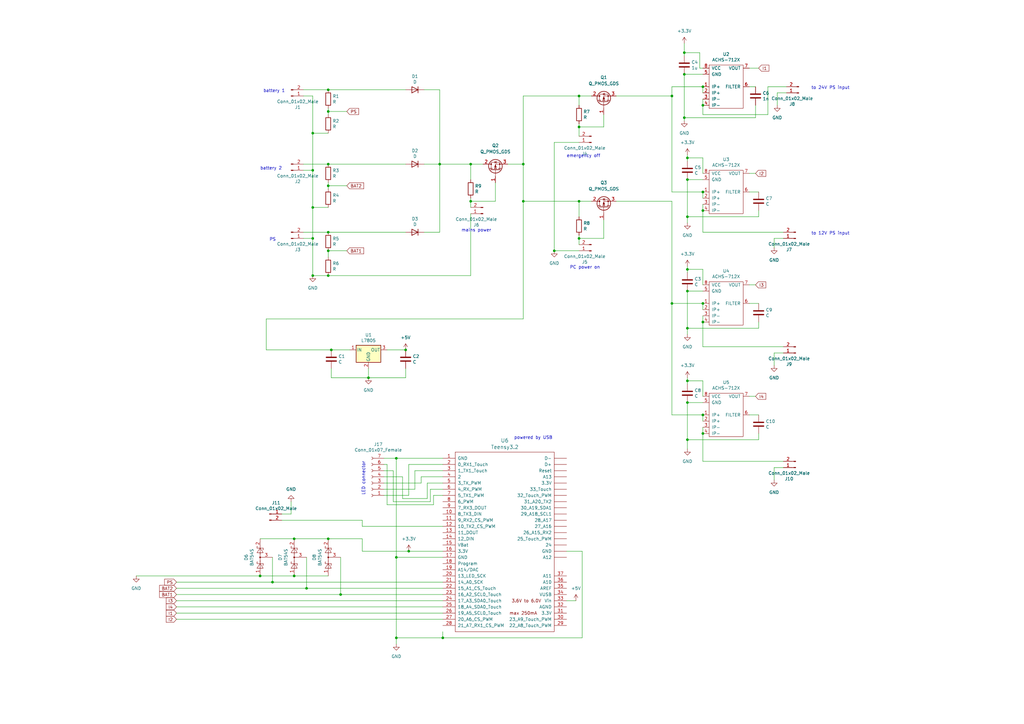
<source format=kicad_sch>
(kicad_sch (version 20211123) (generator eeschema)
  (paper "A3")
  (title_block (title "robOTTO powerboard") (date "2022-11-05") (rev "V002"))
  (lib_symbols
    (symbol "Connector:Conn_01x02_Male" (pin_names (offset 1.016) hide)
      (property "Reference" "J" (at 0 2.54 0))
      (property "Value" "Conn_01x02_Male" (at 0 -5.08 0))
      (symbol "Conn_01x02_Male_1_1"
        (polyline (pts (xy 1.27 -2.54) (xy 0.8636 -2.54)) (stroke (width 0.1524)))
        (polyline (pts (xy 1.27 0) (xy 0.8636 0)) (stroke (width 0.1524)))
        (rectangle (start 0.8636 -2.413) (end 0 -2.667) (stroke (width 0.1524)) (fill (type outline)))
        (rectangle (start 0.8636 0.127) (end 0 -0.127) (stroke (width 0.1524)) (fill (type outline)))
        (pin passive line (at 5.08 0 180) (length 3.81) (name "Pin_1") (number "1"))
        (pin passive line (at 5.08 -2.54 180) (length 3.81) (name "Pin_2") (number "2"))
      )
    )
    (symbol "Connector:Conn_01x07_Female" (pin_names (offset 1.016) hide)
      (property "Reference" "J" (at 0 10.16 0))
      (property "Value" "Conn_01x07_Female" (at 0 -10.16 0))
      (symbol "Conn_01x07_Female_1_1"
        (arc (start 0 -7.112) (mid -0.508 -7.62) (end 0 -8.128) (stroke (width 0.1524)))
        (arc (start 0 -4.572) (mid -0.508 -5.08) (end 0 -5.588) (stroke (width 0.1524)))
        (arc (start 0 -2.032) (mid -0.508 -2.54) (end 0 -3.048) (stroke (width 0.1524)))
        (polyline (pts (xy -1.27 -7.62) (xy -0.508 -7.62)) (stroke (width 0.1524)))
        (polyline (pts (xy -1.27 -5.08) (xy -0.508 -5.08)) (stroke (width 0.1524)))
        (polyline (pts (xy -1.27 -2.54) (xy -0.508 -2.54)) (stroke (width 0.1524)))
        (polyline (pts (xy -1.27 0) (xy -0.508 0)) (stroke (width 0.1524)))
        (polyline (pts (xy -1.27 2.54) (xy -0.508 2.54)) (stroke (width 0.1524)))
        (polyline (pts (xy -1.27 5.08) (xy -0.508 5.08)) (stroke (width 0.1524)))
        (polyline (pts (xy -1.27 7.62) (xy -0.508 7.62)) (stroke (width 0.1524)))
        (arc (start 0 0.508) (mid -0.508 0) (end 0 -0.508) (stroke (width 0.1524)))
        (arc (start 0 3.048) (mid -0.508 2.54) (end 0 2.032) (stroke (width 0.1524)))
        (arc (start 0 5.588) (mid -0.508 5.08) (end 0 4.572) (stroke (width 0.1524)))
        (arc (start 0 8.128) (mid -0.508 7.62) (end 0 7.112) (stroke (width 0.1524)))
        (pin passive line (at -5.08 7.62 0) (length 3.81) (name "Pin_1") (number "1"))
        (pin passive line (at -5.08 5.08 0) (length 3.81) (name "Pin_2") (number "2"))
        (pin passive line (at -5.08 2.54 0) (length 3.81) (name "Pin_3") (number "3"))
        (pin passive line (at -5.08 0 0) (length 3.81) (name "Pin_4") (number "4"))
        (pin passive line (at -5.08 -2.54 0) (length 3.81) (name "Pin_5") (number "5"))
        (pin passive line (at -5.08 -5.08 0) (length 3.81) (name "Pin_6") (number "6"))
        (pin passive line (at -5.08 -7.62 0) (length 3.81) (name "Pin_7") (number "7"))
      )
    )
    (symbol "Device:C" (pin_numbers hide) (pin_names (offset 0.254))
      (property "Reference" "C" (at 0.635 2.54 0))
      (property "Value" "C" (at 0.635 -2.54 0))
      (symbol "C_0_1"
        (polyline (pts (xy -2.032 -0.762) (xy 2.032 -0.762)) (stroke (width 0.508)))
        (polyline (pts (xy -2.032 0.762) (xy 2.032 0.762)) (stroke (width 0.508)))
      )
      (symbol "C_1_1"
        (pin passive line (at 0 3.81 270) (length 2.794) (name "~") (number "1"))
        (pin passive line (at 0 -3.81 90) (length 2.794) (name "~") (number "2"))
      )
    )
    (symbol "Device:D" (pin_numbers hide) (pin_names (offset 1.016) hide)
      (property "Reference" "D" (at 0 2.54 0))
      (property "Value" "D" (at 0 -2.54 0))
      (symbol "D_0_1"
        (polyline (pts (xy -1.27 1.27) (xy -1.27 -1.27)) (stroke (width 0.254)))
        (polyline (pts (xy 1.27 0) (xy -1.27 0)))
        (polyline (pts (xy 1.27 1.27) (xy 1.27 -1.27) (xy -1.27 0) (xy 1.27 1.27)) (stroke (width 0.254)))
      )
      (symbol "D_1_1"
        (pin passive line (at -3.81 0 0) (length 2.54) (name "K") (number "1"))
        (pin passive line (at 3.81 0 180) (length 2.54) (name "A") (number "2"))
      )
    )
    (symbol "Device:Q_PMOS_GDS" (pin_names (offset 0) hide)
      (property "Reference" "Q" (at 5.08 1.27 0))
      (property "Value" "Q_PMOS_GDS" (at 5.08 -1.27 0))
      (symbol "Q_PMOS_GDS_0_1"
        (polyline (pts (xy 0.254 0) (xy -2.54 0)))
        (polyline (pts (xy 0.254 1.905) (xy 0.254 -1.905)) (stroke (width 0.254)))
        (polyline (pts (xy 0.762 -1.27) (xy 0.762 -2.286)) (stroke (width 0.254)))
        (polyline (pts (xy 0.762 0.508) (xy 0.762 -0.508)) (stroke (width 0.254)))
        (polyline (pts (xy 0.762 2.286) (xy 0.762 1.27)) (stroke (width 0.254)))
        (polyline (pts (xy 2.54 2.54) (xy 2.54 1.778)))
        (polyline (pts (xy 2.54 -2.54) (xy 2.54 0) (xy 0.762 0)))
        (polyline (pts (xy 0.762 1.778) (xy 3.302 1.778) (xy 3.302 -1.778) (xy 0.762 -1.778)))
        (polyline (pts (xy 2.286 0) (xy 1.27 0.381) (xy 1.27 -0.381) (xy 2.286 0)) (fill (type outline)))
        (polyline (pts (xy 2.794 -0.508) (xy 2.921 -0.381) (xy 3.683 -0.381) (xy 3.81 -0.254)))
        (polyline (pts (xy 3.302 -0.381) (xy 2.921 0.254) (xy 3.683 0.254) (xy 3.302 -0.381)))
        (circle (center 1.651 0) (radius 2.794) (stroke (width 0.254)))
        (circle (center 2.54 -1.778) (radius 0.254) (fill (type outline)))
        (circle (center 2.54 1.778) (radius 0.254) (fill (type outline)))
      )
      (symbol "Q_PMOS_GDS_1_1"
        (pin input line (at -5.08 0 0) (length 2.54) (name "G") (number "1"))
        (pin passive line (at 2.54 5.08 270) (length 2.54) (name "D") (number "2"))
        (pin passive line (at 2.54 -5.08 90) (length 2.54) (name "S") (number "3"))
      )
    )
    (symbol "Device:R" (pin_numbers hide) (pin_names (offset 0))
      (property "Reference" "R" (at 2.032 0 90))
      (property "Value" "R" (at 0 0 90))
      (symbol "R_0_1"
        (rectangle (start -1.016 -2.54) (end 1.016 2.54) (stroke (width 0.254)))
      )
      (symbol "R_1_1"
        (pin passive line (at 0 3.81 270) (length 1.27) (name "~") (number "1"))
        (pin passive line (at 0 -3.81 90) (length 1.27) (name "~") (number "2"))
      )
    )
    (symbol "Diode:BAT54S" (pin_names (offset 1.016))
      (property "Reference" "D" (at 0.635 -3.81 0))
      (property "Value" "BAT54S" (at -6.35 3.175 0))
      (symbol "BAT54S_0_1"
        (polyline (pts (xy -3.81 0) (xy -1.27 0)))
        (polyline (pts (xy -3.175 -1.27) (xy -3.175 -1.016)))
        (polyline (pts (xy -2.54 -1.27) (xy -3.175 -1.27)))
        (polyline (pts (xy -2.54 -1.27) (xy -2.54 1.27)))
        (polyline (pts (xy -2.54 1.27) (xy -1.905 1.27)))
        (polyline (pts (xy -1.905 0) (xy 1.905 0)))
        (polyline (pts (xy -1.905 1.27) (xy -1.905 1.016)))
        (polyline (pts (xy 1.27 0) (xy 3.81 0)))
        (polyline (pts (xy 3.175 -1.27) (xy 3.175 -1.016)))
        (polyline (pts (xy 3.81 -1.27) (xy 3.175 -1.27)))
        (polyline (pts (xy 3.81 -1.27) (xy 3.81 1.27)))
        (polyline (pts (xy 3.81 1.27) (xy 4.445 1.27)))
        (polyline (pts (xy 4.445 1.27) (xy 4.445 1.016)))
        (polyline (pts (xy -4.445 1.27) (xy -4.445 -1.27) (xy -2.54 0) (xy -4.445 1.27)))
        (polyline (pts (xy 1.905 1.27) (xy 1.905 -1.27) (xy 3.81 0) (xy 1.905 1.27)))
        (circle (center 0 0) (radius 0.254) (fill (type outline)))
      )
      (symbol "BAT54S_1_1"
        (pin passive line (at -7.62 0 0) (length 3.81) (name "~") (number "1"))
        (pin passive line (at 7.62 0 180) (length 3.81) (name "~") (number "2"))
        (pin passive line (at 0 -5.08 90) (length 5.08) (name "~") (number "3"))
      )
    )
    (symbol "Regulator_Linear:L7805" (pin_names (offset 0.254))
      (property "Reference" "U" (at -3.81 3.175 0))
      (property "Value" "L7805" (at 0 3.175 0))
      (symbol "L7805_0_1"
        (rectangle (start -5.08 1.905) (end 5.08 -5.08) (stroke (width 0.254)) (fill (type background)))
      )
      (symbol "L7805_1_1"
        (pin power_in line (at -7.62 0 0) (length 2.54) (name "IN") (number "1"))
        (pin power_in line (at 0 -7.62 90) (length 2.54) (name "GND") (number "2"))
        (pin power_out line (at 7.62 0 180) (length 2.54) (name "OUT") (number "3"))
      )
    )
    (symbol "power:+3.3V" (power) (pin_names (offset 0))
      (property "Value" "+3.3V" (at 0 3.556 0))
      (symbol "+3.3V_0_1"
        (polyline (pts (xy -0.762 1.27) (xy 0 2.54)))
        (polyline (pts (xy 0 0) (xy 0 2.54)))
        (polyline (pts (xy 0 2.54) (xy 0.762 1.27)))
      )
      (symbol "+3.3V_1_1"
        (pin power_in line (at 0 0 90) (length 0) hide (name "+3.3V") (number "1"))
      )
    )
    (symbol "power:+5V" (power) (pin_names (offset 0))
      (property "Value" "+5V" (at 0 3.556 0))
      (symbol "+5V_0_1"
        (polyline (pts (xy -0.762 1.27) (xy 0 2.54)))
        (polyline (pts (xy 0 0) (xy 0 2.54)))
        (polyline (pts (xy 0 2.54) (xy 0.762 1.27)))
      )
      (symbol "+5V_1_1"
        (pin power_in line (at 0 0 90) (length 0) hide (name "+5V") (number "1"))
      )
    )
    (symbol "power:GND" (power) (pin_names (offset 0))
      (property "Value" "GND" (at 0 -3.81 0))
      (symbol "GND_0_1"
        (polyline (pts (xy 0 0) (xy 0 -1.27) (xy 1.27 -1.27) (xy 0 -2.54) (xy -1.27 -1.27) (xy 0 -1.27)))
      )
      (symbol "GND_1_1"
        (pin power_in line (at 0 0 270) (length 0) hide (name "GND") (number "1"))
      )
    )
    (symbol "robot_power-rescue:ACHS-712X-robotto-symbols" (pin_names (offset 1.016))
      (property "Reference" "U" (at 0 11.43 0))
      (property "Value" "ACHS-712X-robotto-symbols" (at 0 -8.89 0))
      (symbol "ACHS-712X-robotto-symbols_0_1"
        (rectangle (start -6.35 10.16) (end 7.62 -7.62))
      )
      (symbol "ACHS-712X-robotto-symbols_1_1"
        (pin power_in line (at -8.89 1.27 0) (length 2.54) (name "IP+") (number "1"))
        (pin power_in line (at -8.89 -1.27 0) (length 2.54) (name "IP+") (number "2"))
        (pin power_out line (at -8.89 -3.81 0) (length 2.54) (name "IP-") (number "3"))
        (pin power_out line (at -8.89 -6.35 0) (length 2.54) (name "IP-") (number "4"))
        (pin power_in line (at -8.89 6.35 0) (length 2.54) (name "GND") (number "5"))
        (pin bidirectional line (at 10.16 1.27 180) (length 2.54) (name "FILTER") (number "6"))
        (pin output line (at 10.16 8.89 180) (length 2.54) (name "VOUT") (number "7"))
        (pin power_in line (at -8.89 8.89 0) (length 2.54) (name "VCC") (number "8"))
      )
    )
    (symbol "robot_power-rescue:Teensy3.2-teensy" (pin_names (offset 1.016))
      (property "Reference" "U" (at 0 39.37 0))
      (property "Value" "Teensy3.2-teensy" (at 0 -39.37 0))
      (symbol "Teensy3.2-teensy_0_0"
        (text "3.6V to 6.0V" (at 8.89 -24.13 0) (effects (font (size 1.27 1.27))))
        (text "max 250mA" (at 7.62 -29.21 0) (effects (font (size 1.27 1.27))))
      )
      (symbol "Teensy3.2-teensy_0_1"
        (rectangle (start -20.32 -36.83) (end 20.32 36.83))
      )
      (symbol "Teensy3.2-teensy_1_1"
        (pin power_in line (at -25.4 34.29 0) (length 5.08) (name "GND") (number "1"))
        (pin bidirectional line (at -25.4 11.43 0) (length 5.08) (name "8_TX3_DIN") (number "10"))
        (pin bidirectional line (at -25.4 8.89 0) (length 5.08) (name "9_RX2_CS_PWM") (number "11"))
        (pin bidirectional line (at -25.4 6.35 0) (length 5.08) (name "10_TX2_CS_PWM") (number "12"))
        (pin bidirectional line (at -25.4 3.81 0) (length 5.08) (name "11_DOUT") (number "13"))
        (pin bidirectional line (at -25.4 1.27 0) (length 5.08) (name "12_DIN") (number "14"))
        (pin power_in line (at -25.4 -1.27 0) (length 5.08) (name "VBat") (number "15"))
        (pin power_out line (at -25.4 -3.81 0) (length 5.08) (name "3.3V") (number "16"))
        (pin power_in line (at -25.4 -6.35 0) (length 5.08) (name "GND") (number "17"))
        (pin input line (at -25.4 -8.89 0) (length 5.08) (name "Program") (number "18"))
        (pin bidirectional line (at -25.4 -11.43 0) (length 5.08) (name "A14/DAC") (number "19"))
        (pin bidirectional line (at -25.4 31.75 0) (length 5.08) (name "0_RX1_Touch") (number "2"))
        (pin bidirectional line (at -25.4 -13.97 0) (length 5.08) (name "13_LED_SCK") (number "20"))
        (pin bidirectional line (at -25.4 -16.51 0) (length 5.08) (name "14_A0_SCK") (number "21"))
        (pin bidirectional line (at -25.4 -19.05 0) (length 5.08) (name "15_A1_CS_Touch") (number "22"))
        (pin bidirectional line (at -25.4 -21.59 0) (length 5.08) (name "16_A2_SCL0_Touch") (number "23"))
        (pin bidirectional line (at -25.4 -24.13 0) (length 5.08) (name "17_A3_SDA0_Touch") (number "24"))
        (pin bidirectional line (at -25.4 -26.67 0) (length 5.08) (name "18_A4_SDA0_Touch") (number "25"))
        (pin bidirectional line (at -25.4 -29.21 0) (length 5.08) (name "19_A5_SCL0_Touch") (number "26"))
        (pin bidirectional line (at -25.4 -31.75 0) (length 5.08) (name "20_A6_CS_PWM") (number "27"))
        (pin bidirectional line (at -25.4 -34.29 0) (length 5.08) (name "21_A7_RX1_CS_PWM") (number "28"))
        (pin bidirectional line (at 25.4 -34.29 180) (length 5.08) (name "22_A8_Touch_PWM") (number "29"))
        (pin bidirectional line (at -25.4 29.21 0) (length 5.08) (name "1_TX1_Touch") (number "3"))
        (pin bidirectional line (at 25.4 -31.75 180) (length 5.08) (name "23_A9_Touch_PWM") (number "30"))
        (pin power_out line (at 25.4 -29.21 180) (length 5.08) (name "3.3V") (number "31"))
        (pin power_out line (at 25.4 -26.67 180) (length 5.08) (name "AGND") (number "32"))
        (pin power_in line (at 25.4 -24.13 180) (length 5.08) (name "Vin") (number "33"))
        (pin power_in line (at 25.4 -21.59 180) (length 5.08) (name "VUSB") (number "34"))
        (pin input line (at 25.4 -19.05 180) (length 5.08) (name "AREF") (number "35"))
        (pin bidirectional line (at 25.4 -16.51 180) (length 5.08) (name "A10") (number "36"))
        (pin bidirectional line (at 25.4 -13.97 180) (length 5.08) (name "A11") (number "37"))
        (pin bidirectional line (at -25.4 26.67 0) (length 5.08) (name "2") (number "4"))
        (pin bidirectional line (at -25.4 24.13 0) (length 5.08) (name "3_TX_PWM") (number "5"))
        (pin bidirectional line (at -25.4 21.59 0) (length 5.08) (name "4_RX_PWM") (number "6"))
        (pin bidirectional line (at -25.4 19.05 0) (length 5.08) (name "5_TX1_PWM") (number "7"))
        (pin bidirectional line (at -25.4 16.51 0) (length 5.08) (name "6_PWM") (number "8"))
        (pin bidirectional line (at -25.4 13.97 0) (length 5.08) (name "7_RX3_DOUT") (number "9"))
        (pin bidirectional line (at 25.4 -1.27 180) (length 5.08) (name "24") (number "~"))
        (pin bidirectional line (at 25.4 1.27 180) (length 5.08) (name "25_Touch_PWM") (number "~"))
        (pin bidirectional line (at 25.4 3.81 180) (length 5.08) (name "26_A15_RX2") (number "~"))
        (pin bidirectional line (at 25.4 6.35 180) (length 5.08) (name "27_A16") (number "~"))
        (pin bidirectional line (at 25.4 8.89 180) (length 5.08) (name "28_A17") (number "~"))
        (pin bidirectional line (at 25.4 11.43 180) (length 5.08) (name "29_A18_SCL1") (number "~"))
        (pin power_out line (at 25.4 24.13 180) (length 5.08) (name "3.3V") (number "~"))
        (pin bidirectional line (at 25.4 13.97 180) (length 5.08) (name "30_A19_SDA1") (number "~"))
        (pin bidirectional line (at 25.4 16.51 180) (length 5.08) (name "31_A20_TX2") (number "~"))
        (pin bidirectional line (at 25.4 19.05 180) (length 5.08) (name "32_Touch_PWM") (number "~"))
        (pin bidirectional line (at 25.4 21.59 180) (length 5.08) (name "33_Touch") (number "~"))
        (pin bidirectional line (at 25.4 -6.35 180) (length 5.08) (name "A12") (number "~"))
        (pin bidirectional line (at 25.4 26.67 180) (length 5.08) (name "A13") (number "~"))
        (pin bidirectional line (at 25.4 31.75 180) (length 5.08) (name "D+") (number "~"))
        (pin bidirectional line (at 25.4 34.29 180) (length 5.08) (name "D-") (number "~"))
        (pin power_in line (at 25.4 -3.81 180) (length 5.08) (name "GND") (number "~"))
        (pin input line (at 25.4 29.21 180) (length 5.08) (name "Reset") (number "~"))
      )
    )
  )
  (junction (at 281.94 88.9))
  (junction (at 288.29 170.18))
  (junction (at 275.59 39.37))
  (junction (at 106.68 236.22))
  (junction (at 139.7 243.84))
  (junction (at 288.29 43.18))
  (junction (at 151.13 154.94))
  (junction (at 134.62 220.98))
  (junction (at 281.94 73.66))
  (junction (at 181.61 261.62))
  (junction (at 193.04 67.31))
  (junction (at 128.27 97.79))
  (junction (at 281.94 119.38))
  (junction (at 125.73 241.3))
  (junction (at 193.04 82.55))
  (junction (at 281.94 64.77))
  (junction (at 162.56 228.6))
  (junction (at 134.62 36.83))
  (junction (at 120.65 220.98))
  (junction (at 288.29 35.56))
  (junction (at 237.49 52.07))
  (junction (at 120.65 236.22))
  (junction (at 167.64 226.06))
  (junction (at 237.49 39.37))
  (junction (at 288.29 132.08))
  (junction (at 281.94 110.49))
  (junction (at 134.62 45.72))
  (junction (at 227.33 102.87))
  (junction (at 128.27 69.85))
  (junction (at 166.37 143.51))
  (junction (at 288.29 78.74))
  (junction (at 281.94 156.21))
  (junction (at 134.62 95.25))
  (junction (at 281.94 165.1))
  (junction (at 237.49 82.55))
  (junction (at 288.29 124.46))
  (junction (at 280.67 30.48))
  (junction (at 111.76 238.76))
  (junction (at 214.63 82.55))
  (junction (at 281.94 180.34))
  (junction (at 280.67 21.59))
  (junction (at 288.29 86.36))
  (junction (at 281.94 134.62))
  (junction (at 214.63 67.31))
  (junction (at 135.89 143.51))
  (junction (at 288.29 177.8))
  (junction (at 134.62 113.03))
  (junction (at 128.27 54.61))
  (junction (at 162.56 187.96))
  (junction (at 128.27 113.03))
  (junction (at 180.34 67.31))
  (junction (at 134.62 102.87))
  (junction (at 162.56 261.62))
  (junction (at 134.62 76.2))
  (junction (at 237.49 97.79))
  (junction (at 280.67 48.26))
  (junction (at 128.27 85.09))
  (junction (at 275.59 124.46))
  (junction (at 134.62 67.31))
  (wire (pts (xy 124.46 39.37) (xy 128.27 39.37)))
  (wire (pts (xy 167.64 203.2) (xy 157.48 203.2)))
  (wire (pts (xy 247.65 52.07) (xy 237.49 52.07)))
  (wire (pts (xy 173.99 95.25) (xy 180.34 95.25)))
  (wire (pts (xy 238.76 261.62) (xy 181.61 261.62)))
  (wire (pts (xy 124.46 69.85) (xy 128.27 69.85)))
  (wire (pts (xy 165.1 195.58) (xy 165.1 204.47)))
  (wire (pts (xy 134.62 220.98) (xy 120.65 220.98)))
  (wire (pts (xy 309.88 162.56) (xy 307.34 162.56)))
  (wire (pts (xy 115.57 210.82) (xy 119.38 210.82)))
  (wire (pts (xy 134.62 45.72) (xy 134.62 46.99)))
  (wire (pts (xy 162.56 228.6) (xy 162.56 261.62)))
  (wire (pts (xy 139.7 228.6) (xy 139.7 243.84)))
  (wire (pts (xy 288.29 27.94) (xy 287.02 27.94)))
  (wire (pts (xy 162.56 187.96) (xy 157.48 187.96)))
  (wire (pts (xy 307.34 170.18) (xy 311.15 170.18)))
  (wire (pts (xy 170.18 193.04) (xy 181.61 193.04)))
  (wire (pts (xy 139.7 243.84) (xy 181.61 243.84)))
  (wire (pts (xy 135.89 154.94) (xy 151.13 154.94)))
  (wire (pts (xy 307.34 124.46) (xy 311.15 124.46)))
  (wire (pts (xy 109.22 130.81) (xy 109.22 143.51)))
  (wire (pts (xy 275.59 78.74) (xy 288.29 78.74)))
  (wire (pts (xy 280.67 48.26) (xy 309.88 48.26)))
  (wire (pts (xy 158.75 143.51) (xy 166.37 143.51)))
  (wire (pts (xy 134.62 102.87) (xy 134.62 105.41)))
  (wire (pts (xy 232.41 226.06) (xy 238.76 226.06)))
  (wire (pts (xy 167.64 190.5) (xy 167.64 203.2)))
  (wire (pts (xy 275.59 35.56) (xy 288.29 35.56)))
  (wire (pts (xy 280.67 21.59) (xy 280.67 22.86)))
  (wire (pts (xy 288.29 40.64) (xy 288.29 43.18)))
  (wire (pts (xy 172.72 198.12) (xy 172.72 195.58)))
  (wire (pts (xy 181.61 259.08) (xy 181.61 261.62)))
  (wire (pts (xy 177.8 203.2) (xy 177.8 207.01)))
  (wire (pts (xy 148.59 215.9) (xy 181.61 215.9)))
  (wire (pts (xy 281.94 180.34) (xy 281.94 184.15)))
  (wire (pts (xy 128.27 69.85) (xy 128.27 85.09)))
  (wire (pts (xy 120.65 220.98) (xy 106.68 220.98)))
  (wire (pts (xy 281.94 64.77) (xy 281.94 63.5)))
  (wire (pts (xy 119.38 210.82) (xy 119.38 205.74)))
  (wire (pts (xy 157.48 198.12) (xy 172.72 198.12)))
  (wire (pts (xy 193.04 87.63) (xy 193.04 113.03)))
  (wire (pts (xy 128.27 85.09) (xy 128.27 97.79)))
  (wire (pts (xy 280.67 48.26) (xy 280.67 30.48)))
  (wire (pts (xy 72.39 243.84) (xy 139.7 243.84)))
  (wire (pts (xy 311.15 134.62) (xy 311.15 132.08)))
  (wire (pts (xy 72.39 241.3) (xy 125.73 241.3)))
  (wire (pts (xy 193.04 73.66) (xy 193.04 67.31)))
  (wire (pts (xy 181.61 203.2) (xy 177.8 203.2)))
  (wire (pts (xy 281.94 88.9) (xy 281.94 73.66)))
  (wire (pts (xy 181.61 190.5) (xy 167.64 190.5)))
  (wire (pts (xy 167.64 226.06) (xy 148.59 226.06)))
  (wire (pts (xy 317.5 97.79) (xy 321.31 97.79)))
  (wire (pts (xy 111.76 228.6) (xy 111.76 238.76)))
  (wire (pts (xy 177.8 207.01) (xy 158.75 207.01)))
  (wire (pts (xy 288.29 156.21) (xy 281.94 156.21)))
  (wire (pts (xy 237.49 43.18) (xy 237.49 39.37)))
  (wire (pts (xy 288.29 129.54) (xy 288.29 132.08)))
  (wire (pts (xy 280.67 49.53) (xy 280.67 48.26)))
  (wire (pts (xy 311.15 88.9) (xy 311.15 86.36)))
  (wire (pts (xy 309.88 116.84) (xy 307.34 116.84)))
  (wire (pts (xy 135.89 151.13) (xy 135.89 154.94)))
  (wire (pts (xy 134.62 113.03) (xy 128.27 113.03)))
  (wire (pts (xy 176.53 205.74) (xy 161.29 205.74)))
  (wire (pts (xy 288.29 119.38) (xy 281.94 119.38)))
  (wire (pts (xy 175.26 204.47) (xy 175.26 198.12)))
  (wire (pts (xy 181.61 200.66) (xy 176.53 200.66)))
  (wire (pts (xy 275.59 39.37) (xy 275.59 35.56)))
  (wire (pts (xy 281.94 110.49) (xy 281.94 109.22)))
  (wire (pts (xy 193.04 85.09) (xy 193.04 82.55)))
  (wire (pts (xy 288.29 95.25) (xy 288.29 86.36)))
  (wire (pts (xy 72.39 251.46) (xy 181.61 251.46)))
  (wire (pts (xy 314.96 35.56) (xy 322.58 35.56)))
  (wire (pts (xy 242.57 39.37) (xy 237.49 39.37)))
  (wire (pts (xy 181.61 228.6) (xy 162.56 228.6)))
  (wire (pts (xy 275.59 124.46) (xy 288.29 124.46)))
  (wire (pts (xy 288.29 127) (xy 288.29 124.46)))
  (wire (pts (xy 128.27 39.37) (xy 128.27 54.61)))
  (wire (pts (xy 288.29 95.25) (xy 321.31 95.25)))
  (wire (pts (xy 237.49 100.33) (xy 237.49 97.79)))
  (wire (pts (xy 72.39 254) (xy 181.61 254)))
  (wire (pts (xy 237.49 39.37) (xy 214.63 39.37)))
  (wire (pts (xy 128.27 97.79) (xy 128.27 113.03)))
  (wire (pts (xy 124.46 97.79) (xy 128.27 97.79)))
  (wire (pts (xy 232.41 246.38) (xy 236.22 246.38)))
  (wire (pts (xy 180.34 67.31) (xy 193.04 67.31)))
  (wire (pts (xy 181.61 261.62) (xy 162.56 261.62)))
  (wire (pts (xy 162.56 187.96) (xy 181.61 187.96)))
  (wire (pts (xy 314.96 46.99) (xy 314.96 35.56)))
  (wire (pts (xy 317.5 144.78) (xy 321.31 144.78)))
  (wire (pts (xy 288.29 64.77) (xy 281.94 64.77)))
  (wire (pts (xy 307.34 35.56) (xy 309.88 35.56)))
  (wire (pts (xy 311.15 180.34) (xy 311.15 177.8)))
  (wire (pts (xy 151.13 151.13) (xy 151.13 154.94)))
  (wire (pts (xy 134.62 76.2) (xy 134.62 77.47)))
  (wire (pts (xy 307.34 78.74) (xy 311.15 78.74)))
  (wire (pts (xy 115.57 213.36) (xy 148.59 213.36)))
  (wire (pts (xy 134.62 85.09) (xy 128.27 85.09)))
  (wire (pts (xy 158.75 190.5) (xy 157.48 190.5)))
  (wire (pts (xy 309.88 71.12) (xy 307.34 71.12)))
  (wire (pts (xy 317.5 97.79) (xy 317.5 101.6)))
  (wire (pts (xy 180.34 36.83) (xy 180.34 67.31)))
  (wire (pts (xy 288.29 38.1) (xy 288.29 35.56)))
  (wire (pts (xy 252.73 39.37) (xy 275.59 39.37)))
  (wire (pts (xy 281.94 111.76) (xy 281.94 110.49)))
  (wire (pts (xy 287.02 21.59) (xy 280.67 21.59)))
  (wire (pts (xy 321.31 189.23) (xy 288.29 189.23)))
  (wire (pts (xy 281.94 137.16) (xy 281.94 134.62)))
  (wire (pts (xy 151.13 154.94) (xy 166.37 154.94)))
  (wire (pts (xy 142.24 45.72) (xy 134.62 45.72)))
  (wire (pts (xy 281.94 156.21) (xy 281.94 154.94)))
  (wire (pts (xy 142.24 76.2) (xy 134.62 76.2)))
  (wire (pts (xy 167.64 226.06) (xy 181.61 226.06)))
  (wire (pts (xy 275.59 39.37) (xy 275.59 78.74)))
  (wire (pts (xy 288.29 73.66) (xy 281.94 73.66)))
  (wire (pts (xy 288.29 30.48) (xy 280.67 30.48)))
  (wire (pts (xy 173.99 36.83) (xy 180.34 36.83)))
  (wire (pts (xy 281.94 66.04) (xy 281.94 64.77)))
  (wire (pts (xy 170.18 200.66) (xy 170.18 193.04)))
  (wire (pts (xy 125.73 241.3) (xy 181.61 241.3)))
  (wire (pts (xy 247.65 46.99) (xy 247.65 52.07)))
  (wire (pts (xy 288.29 177.8) (xy 288.29 189.23)))
  (wire (pts (xy 134.62 236.22) (xy 120.65 236.22)))
  (wire (pts (xy 142.24 102.87) (xy 134.62 102.87)))
  (wire (pts (xy 288.29 46.99) (xy 314.96 46.99)))
  (wire (pts (xy 172.72 195.58) (xy 181.61 195.58)))
  (wire (pts (xy 237.49 88.9) (xy 237.49 82.55)))
  (wire (pts (xy 134.62 44.45) (xy 134.62 45.72)))
  (wire (pts (xy 237.49 102.87) (xy 227.33 102.87)))
  (wire (pts (xy 162.56 187.96) (xy 162.56 228.6)))
  (wire (pts (xy 134.62 36.83) (xy 166.37 36.83)))
  (wire (pts (xy 72.39 246.38) (xy 181.61 246.38)))
  (wire (pts (xy 288.29 110.49) (xy 281.94 110.49)))
  (wire (pts (xy 227.33 58.42) (xy 227.33 102.87)))
  (wire (pts (xy 280.67 17.78) (xy 280.67 21.59)))
  (wire (pts (xy 288.29 43.18) (xy 288.29 46.99)))
  (wire (pts (xy 247.65 97.79) (xy 237.49 97.79)))
  (wire (pts (xy 237.49 82.55) (xy 214.63 82.55)))
  (wire (pts (xy 193.04 113.03) (xy 134.62 113.03)))
  (wire (pts (xy 237.49 50.8) (xy 237.49 52.07)))
  (wire (pts (xy 237.49 52.07) (xy 237.49 55.88)))
  (wire (pts (xy 214.63 39.37) (xy 214.63 67.31)))
  (wire (pts (xy 134.62 54.61) (xy 128.27 54.61)))
  (wire (pts (xy 157.48 200.66) (xy 170.18 200.66)))
  (wire (pts (xy 317.5 191.77) (xy 317.5 196.85)))
  (wire (pts (xy 176.53 200.66) (xy 176.53 205.74)))
  (wire (pts (xy 322.58 38.1) (xy 318.77 38.1)))
  (wire (pts (xy 203.2 74.93) (xy 203.2 82.55)))
  (wire (pts (xy 134.62 95.25) (xy 166.37 95.25)))
  (wire (pts (xy 109.22 143.51) (xy 135.89 143.51)))
  (wire (pts (xy 55.88 236.22) (xy 106.68 236.22)))
  (wire (pts (xy 247.65 90.17) (xy 247.65 97.79)))
  (wire (pts (xy 148.59 220.98) (xy 134.62 220.98)))
  (wire (pts (xy 166.37 154.94) (xy 166.37 151.13)))
  (wire (pts (xy 214.63 130.81) (xy 109.22 130.81)))
  (wire (pts (xy 198.12 67.31) (xy 193.04 67.31)))
  (wire (pts (xy 173.99 67.31) (xy 180.34 67.31)))
  (wire (pts (xy 281.94 180.34) (xy 281.94 165.1)))
  (wire (pts (xy 203.2 82.55) (xy 193.04 82.55)))
  (wire (pts (xy 111.76 238.76) (xy 181.61 238.76)))
  (wire (pts (xy 237.49 58.42) (xy 227.33 58.42)))
  (wire (pts (xy 124.46 67.31) (xy 134.62 67.31)))
  (wire (pts (xy 124.46 95.25) (xy 134.62 95.25)))
  (wire (pts (xy 157.48 195.58) (xy 165.1 195.58)))
  (wire (pts (xy 72.39 238.76) (xy 111.76 238.76)))
  (wire (pts (xy 275.59 82.55) (xy 275.59 124.46)))
  (wire (pts (xy 125.73 228.6) (xy 125.73 241.3)))
  (wire (pts (xy 287.02 27.94) (xy 287.02 21.59)))
  (wire (pts (xy 321.31 191.77) (xy 317.5 191.77)))
  (wire (pts (xy 281.94 88.9) (xy 311.15 88.9)))
  (wire (pts (xy 288.29 83.82) (xy 288.29 86.36)))
  (wire (pts (xy 288.29 81.28) (xy 288.29 78.74)))
  (wire (pts (xy 161.29 205.74) (xy 161.29 193.04)))
  (wire (pts (xy 288.29 165.1) (xy 281.94 165.1)))
  (wire (pts (xy 321.31 142.24) (xy 288.29 142.24)))
  (wire (pts (xy 288.29 172.72) (xy 288.29 170.18)))
  (wire (pts (xy 281.94 134.62) (xy 311.15 134.62)))
  (wire (pts (xy 281.94 91.44) (xy 281.94 88.9)))
  (wire (pts (xy 288.29 116.84) (xy 288.29 110.49)))
  (wire (pts (xy 288.29 162.56) (xy 288.29 156.21)))
  (wire (pts (xy 237.49 97.79) (xy 237.49 96.52)))
  (wire (pts (xy 317.5 144.78) (xy 317.5 149.86)))
  (wire (pts (xy 161.29 193.04) (xy 157.48 193.04)))
  (wire (pts (xy 148.59 215.9) (xy 148.59 213.36)))
  (wire (pts (xy 124.46 36.83) (xy 134.62 36.83)))
  (wire (pts (xy 143.51 143.51) (xy 135.89 143.51)))
  (wire (pts (xy 252.73 82.55) (xy 275.59 82.55)))
  (wire (pts (xy 281.94 180.34) (xy 311.15 180.34)))
  (wire (pts (xy 242.57 82.55) (xy 237.49 82.55)))
  (wire (pts (xy 165.1 204.47) (xy 175.26 204.47)))
  (wire (pts (xy 175.26 198.12) (xy 181.61 198.12)))
  (wire (pts (xy 148.59 226.06) (xy 148.59 220.98)))
  (wire (pts (xy 275.59 170.18) (xy 288.29 170.18)))
  (wire (pts (xy 288.29 71.12) (xy 288.29 64.77)))
  (wire (pts (xy 208.28 67.31) (xy 214.63 67.31)))
  (wire (pts (xy 318.77 38.1) (xy 318.77 43.18)))
  (wire (pts (xy 309.88 48.26) (xy 309.88 43.18)))
  (wire (pts (xy 158.75 207.01) (xy 158.75 190.5)))
  (wire (pts (xy 120.65 236.22) (xy 106.68 236.22)))
  (wire (pts (xy 275.59 124.46) (xy 275.59 170.18)))
  (wire (pts (xy 311.15 27.94) (xy 307.34 27.94)))
  (wire (pts (xy 193.04 82.55) (xy 193.04 81.28)))
  (wire (pts (xy 281.94 134.62) (xy 281.94 119.38)))
  (wire (pts (xy 162.56 261.62) (xy 162.56 264.16)))
  (wire (pts (xy 128.27 54.61) (xy 128.27 69.85)))
  (wire (pts (xy 180.34 67.31) (xy 180.34 95.25)))
  (wire (pts (xy 214.63 67.31) (xy 214.63 82.55)))
  (wire (pts (xy 238.76 226.06) (xy 238.76 261.62)))
  (wire (pts (xy 288.29 132.08) (xy 288.29 142.24)))
  (wire (pts (xy 134.62 74.93) (xy 134.62 76.2)))
  (wire (pts (xy 214.63 82.55) (xy 214.63 130.81)))
  (wire (pts (xy 288.29 175.26) (xy 288.29 177.8)))
  (wire (pts (xy 281.94 157.48) (xy 281.94 156.21)))
  (wire (pts (xy 134.62 67.31) (xy 166.37 67.31)))
  (wire (pts (xy 72.39 248.92) (xy 181.61 248.92)))
  (text "LED connector" (at 149.86 203.2 90) (effects (font (size 1.27 1.27)) (justify left bottom)))
  (text "PS" (at 110.49 99.06 0) (effects (font (size 1.27 1.27)) (justify left bottom)))
  (text "PC power on" (at 233.68 110.49 0) (effects (font (size 1.27 1.27)) (justify left bottom)))
  (text "mains power" (at 189.23 95.25 0) (effects (font (size 1.27 1.27)) (justify left bottom)))
  (text "battery 1" (at 107.95 38.1 0) (effects (font (size 1.27 1.27)) (justify left bottom)))
  (text "emergency off" (at 232.41 64.77 0) (effects (font (size 1.27 1.27)) (justify left bottom)))
  (text "powered by USB" (at 210.82 180.34 0) (effects (font (size 1.27 1.27)) (justify left bottom)))
  (text "to 12V PS input" (at 332.74 96.52 0) (effects (font (size 1.27 1.27)) (justify left bottom)))
  (text "to 24V PS input" (at 332.74 36.83 0) (effects (font (size 1.27 1.27)) (justify left bottom)))
  (text "battery 2" (at 106.68 69.85 0) (effects (font (size 1.27 1.27)) (justify left bottom)))
  (global_label "PS" (shape input) (at 142.24 45.72 0) (property "Intersheet References" "${INTERSHEET_REFS}" (effects hide)))
  (global_label "I3" (shape input) (at 309.88 116.84 0) (property "Intersheet References" "${INTERSHEET_REFS}" (effects hide)))
  (global_label "I3" (shape input) (at 72.39 246.38 180) (property "Intersheet References" "${INTERSHEET_REFS}" (effects hide)))
  (global_label "BAT1" (shape input) (at 72.39 243.84 180) (property "Intersheet References" "${INTERSHEET_REFS}" (effects hide)))
  (global_label "I2" (shape input) (at 72.39 254 180) (property "Intersheet References" "${INTERSHEET_REFS}" (effects hide)))
  (global_label "BAT2" (shape input) (at 142.24 76.2 0) (property "Intersheet References" "${INTERSHEET_REFS}" (effects hide)))
  (global_label "PS" (shape input) (at 72.39 238.76 180) (property "Intersheet References" "${INTERSHEET_REFS}" (effects hide)))
  (global_label "I1" (shape input) (at 72.39 251.46 180) (property "Intersheet References" "${INTERSHEET_REFS}" (effects hide)))
  (global_label "I2" (shape input) (at 309.88 71.12 0) (property "Intersheet References" "${INTERSHEET_REFS}" (effects hide)))
  (global_label "BAT1" (shape input) (at 142.24 102.87 0) (property "Intersheet References" "${INTERSHEET_REFS}" (effects hide)))
  (global_label "I4" (shape input) (at 72.39 248.92 180) (property "Intersheet References" "${INTERSHEET_REFS}" (effects hide)))
  (global_label "I4" (shape input) (at 309.88 162.56 0) (property "Intersheet References" "${INTERSHEET_REFS}" (effects hide)))
  (global_label "I1" (shape input) (at 311.15 27.94 0) (property "Intersheet References" "${INTERSHEET_REFS}" (effects hide)))
  (global_label "BAT2" (shape input) (at 72.39 241.3 180) (property "Intersheet References" "${INTERSHEET_REFS}" (effects hide)))
  (symbol (lib_id "Connector:Conn_01x02_Male") (at 119.38 39.37 0) (mirror x) (unit 1)
    (property "Reference" "J1" (at 122.1232 43.9674 0))
    (property "Value" "Conn_01x02_Male" (at 122.1232 41.656 0))
    (property "Footprint" "Connector_AMASS:AMASS_XT60-M_1x02_P7.20mm_Vertical" (effects hide))
  )
  (symbol (lib_id "Connector:Conn_01x02_Male") (at 119.38 69.85 0) (mirror x) (unit 1)
    (property "Reference" "J2" (at 122.1232 74.4474 0))
    (property "Value" "Conn_01x02_Male" (at 122.1232 72.136 0))
    (property "Footprint" "Connector_AMASS:AMASS_XT60-M_1x02_P7.20mm_Vertical" (effects hide))
  )
  (symbol (lib_id "Connector:Conn_01x02_Male") (at 119.38 97.79 0) (mirror x) (unit 1)
    (property "Reference" "J3" (at 122.1232 102.3874 0))
    (property "Value" "Conn_01x02_Male" (at 122.1232 100.076 0))
    (property "Footprint" "Connector_AMASS:AMASS_XT60-M_1x02_P7.20mm_Vertical" (effects hide))
  )
  (symbol (lib_id "Device:D") (at 170.18 36.83 180) (unit 1)
    (property "Reference" "D1" (at 170.18 31.3182 0))
    (property "Value" "D" (at 170.18 33.6296 0))
    (property "Footprint" "robotto-footprints:D_5KPW_P12.70mm_Horizontal" (effects hide))
  )
  (symbol (lib_id "Device:D") (at 170.18 67.31 180) (unit 1)
    (property "Reference" "D2" (at 170.18 61.7982 0))
    (property "Value" "D" (at 170.18 64.1096 0))
    (property "Footprint" "robotto-footprints:D_5KPW_P12.70mm_Horizontal" (effects hide))
  )
  (symbol (lib_id "Device:D") (at 170.18 95.25 180) (unit 1)
    (property "Reference" "D3" (at 170.18 89.7382 0))
    (property "Value" "D" (at 170.18 92.0496 0))
    (property "Footprint" "robotto-footprints:D_5KPW_P12.70mm_Horizontal" (effects hide))
  )
  (symbol (lib_id "Device:R") (at 237.49 46.99 0) (unit 1)
    (property "Reference" "R7" (at 239.268 45.8216 0) (effects (justify left)))
    (property "Value" "R" (at 239.268 48.133 0) (effects (justify left)))
    (property "Footprint" "Resistor_SMD:R_0805_2012Metric_Pad1.20x1.40mm_HandSolder" (effects hide))
  )
  (symbol (lib_id "Device:R") (at 237.49 92.71 0) (unit 1)
    (property "Reference" "R8" (at 239.268 91.5416 0) (effects (justify left)))
    (property "Value" "R" (at 239.268 93.853 0) (effects (justify left)))
    (property "Footprint" "Resistor_SMD:R_0805_2012Metric_Pad1.20x1.40mm_HandSolder" (effects hide))
  )
  (symbol (lib_id "Connector:Conn_01x02_Male") (at 242.57 58.42 180) (unit 1)
    (property "Reference" "J4" (at 239.8268 63.0174 0))
    (property "Value" "Conn_01x02_Male" (at 239.8268 60.706 0))
    (property "Footprint" "robotto:TerminalBlock_bornier-2_P5.08mm" (effects hide))
  )
  (symbol (lib_id "Connector:Conn_01x02_Male") (at 242.57 102.87 180) (unit 1)
    (property "Reference" "J5" (at 239.8268 107.4674 0))
    (property "Value" "Conn_01x02_Male" (at 239.8268 105.156 0))
    (property "Footprint" "robotto:TerminalBlock_bornier-2_P5.08mm" (effects hide))
  )
  (symbol (lib_id "Regulator_Linear:L7805") (at 151.13 143.51 0) (unit 1)
    (property "Reference" "U1" (at 151.13 137.3632 0))
    (property "Value" "L7805" (at 151.13 139.6746 0))
    (property "Footprint" "Package_TO_SOT_THT:TO-220-3_Horizontal_TabDown" (effects hide))
    (property "Datasheet" "http://www.st.com/content/ccc/resource/technical/document/datasheet/41/4f/b3/b0/12/d4/47/88/CD00000444.pdf/files/CD00000444.pdf/jcr:content/translations/en.CD00000444.pdf" (effects hide))
  )
  (symbol (lib_id "Connector:Conn_01x02_Male") (at 327.66 38.1 180) (unit 1)
    (property "Reference" "J8" (at 324.9168 42.6974 0))
    (property "Value" "Conn_01x02_Male" (at 324.9168 40.386 0))
    (property "Footprint" "Connector_AMASS:AMASS_XT60-F_1x02_P7.20mm_Vertical" (effects hide))
  )
  (symbol (lib_id "Connector:Conn_01x02_Male") (at 326.39 97.79 180) (unit 1)
    (property "Reference" "J7" (at 323.6468 102.3874 0))
    (property "Value" "Conn_01x02_Male" (at 323.6468 100.076 0))
    (property "Footprint" "Connector_AMASS:AMASS_XT60-F_1x02_P7.20mm_Vertical" (effects hide))
  )
  (symbol (lib_id "Device:R") (at 134.62 40.64 0) (unit 1)
    (property "Reference" "R1" (at 136.398 39.4716 0) (effects (justify left)))
    (property "Value" "R" (at 136.398 41.783 0) (effects (justify left)))
    (property "Footprint" "Resistor_SMD:R_0805_2012Metric_Pad1.20x1.40mm_HandSolder" (effects hide))
  )
  (symbol (lib_id "Device:R") (at 134.62 50.8 0) (unit 1)
    (property "Reference" "R2" (at 136.398 49.6316 0) (effects (justify left)))
    (property "Value" "R" (at 136.398 51.943 0) (effects (justify left)))
    (property "Footprint" "Resistor_SMD:R_0805_2012Metric_Pad1.20x1.40mm_HandSolder" (effects hide))
  )
  (symbol (lib_id "Device:C") (at 135.89 147.32 0) (unit 1)
    (property "Reference" "C1" (at 138.811 146.1516 0) (effects (justify left)))
    (property "Value" "C" (at 138.811 148.463 0) (effects (justify left)))
    (property "Footprint" "Capacitor_SMD:C_0805_2012Metric_Pad1.18x1.45mm_HandSolder" (effects hide))
  )
  (symbol (lib_id "Device:C") (at 166.37 147.32 0) (unit 1)
    (property "Reference" "C2" (at 169.291 146.1516 0) (effects (justify left)))
    (property "Value" "C" (at 169.291 148.463 0) (effects (justify left)))
    (property "Footprint" "Capacitor_SMD:C_0805_2012Metric_Pad1.18x1.45mm_HandSolder" (effects hide))
  )
  (symbol (lib_id "Device:R") (at 134.62 71.12 0) (unit 1)
    (property "Reference" "R3" (at 136.398 69.9516 0) (effects (justify left)))
    (property "Value" "R" (at 136.398 72.263 0) (effects (justify left)))
    (property "Footprint" "Resistor_SMD:R_0805_2012Metric_Pad1.20x1.40mm_HandSolder" (effects hide))
  )
  (symbol (lib_id "Device:R") (at 134.62 81.28 0) (unit 1)
    (property "Reference" "R4" (at 136.398 80.1116 0) (effects (justify left)))
    (property "Value" "R" (at 136.398 82.423 0) (effects (justify left)))
    (property "Footprint" "Resistor_SMD:R_0805_2012Metric_Pad1.20x1.40mm_HandSolder" (effects hide))
  )
  (symbol (lib_id "Device:R") (at 134.62 99.06 0) (unit 1)
    (property "Reference" "R5" (at 136.398 97.8916 0) (effects (justify left)))
    (property "Value" "R" (at 136.398 100.203 0) (effects (justify left)))
    (property "Footprint" "Resistor_SMD:R_0805_2012Metric_Pad1.20x1.40mm_HandSolder" (effects hide))
  )
  (symbol (lib_id "Device:R") (at 134.62 109.22 0) (unit 1)
    (property "Reference" "R6" (at 136.398 108.0516 0) (effects (justify left)))
    (property "Value" "R" (at 136.398 110.363 0) (effects (justify left)))
    (property "Footprint" "Resistor_SMD:R_0805_2012Metric_Pad1.20x1.40mm_HandSolder" (effects hide))
  )
  (symbol (lib_id "robot_power-rescue:ACHS-712X-robotto-symbols") (at 297.18 36.83 0) (unit 1)
    (property "Reference" "U2" (at 297.815 22.225 0))
    (property "Value" "ACHS-712X" (at 297.815 24.5364 0))
    (property "Footprint" "Package_SO:SO-8_3.9x4.9mm_P1.27mm" (effects hide))
  )
  (symbol (lib_id "robot_power-rescue:ACHS-712X-robotto-symbols") (at 297.18 80.01 0) (unit 1)
    (property "Reference" "U3" (at 297.815 65.405 0))
    (property "Value" "ACHS-712X" (at 297.815 67.7164 0))
    (property "Footprint" "Package_SO:SO-8_3.9x4.9mm_P1.27mm" (effects hide))
  )
  (symbol (lib_id "robot_power-rescue:Teensy3.2-teensy") (at 207.01 222.25 0) (unit 1)
    (property "Reference" "U6" (at 207.01 180.6702 0) (effects (font (size 1.524 1.524))))
    (property "Value" "Teensy3.2" (at 207.01 183.3626 0) (effects (font (size 1.524 1.524))))
    (property "Footprint" "robotto-footprints:Teensy30_31_32_LC" (effects hide))
  )
  (symbol (lib_id "Device:C") (at 280.67 26.67 0) (unit 1)
    (property "Reference" "C4" (at 283.591 25.5016 0) (effects (justify left)))
    (property "Value" "1u" (at 283.591 27.813 0) (effects (justify left)))
    (property "Footprint" "Capacitor_SMD:C_0805_2012Metric_Pad1.18x1.45mm_HandSolder" (effects hide))
  )
  (symbol (lib_id "Device:C") (at 309.88 39.37 0) (unit 1)
    (property "Reference" "C6" (at 312.801 38.2016 0) (effects (justify left)))
    (property "Value" "1n" (at 312.801 40.513 0) (effects (justify left)))
    (property "Footprint" "Capacitor_SMD:C_0805_2012Metric_Pad1.18x1.45mm_HandSolder" (effects hide))
  )
  (symbol (lib_id "Device:C") (at 311.15 82.55 0) (unit 1)
    (property "Reference" "C7" (at 314.071 81.3816 0) (effects (justify left)))
    (property "Value" "C" (at 314.071 83.693 0) (effects (justify left)))
    (property "Footprint" "Capacitor_SMD:C_0805_2012Metric_Pad1.18x1.45mm_HandSolder" (effects hide))
  )
  (symbol (lib_id "Device:C") (at 281.94 69.85 0) (unit 1)
    (property "Reference" "C5" (at 284.861 68.6816 0) (effects (justify left)))
    (property "Value" "C" (at 284.861 70.993 0) (effects (justify left)))
    (property "Footprint" "Capacitor_SMD:C_0805_2012Metric_Pad1.18x1.45mm_HandSolder" (effects hide))
  )
  (symbol (lib_id "Diode:BAT54S") (at 106.68 228.6 90) (unit 1)
    (property "Reference" "D6" (at 100.965 228.6 0))
    (property "Value" "BAT54S" (at 103.2764 228.6 0))
    (property "Footprint" "Package_TO_SOT_SMD:SOT-23" (effects hide))
    (property "Datasheet" "https://www.diodes.com/assets/Datasheets/ds11005.pdf" (effects hide))
  )
  (symbol (lib_id "Diode:BAT54S") (at 120.65 228.6 90) (unit 1)
    (property "Reference" "D7" (at 114.935 228.6 0))
    (property "Value" "BAT54S" (at 117.2464 228.6 0))
    (property "Footprint" "Package_TO_SOT_SMD:SOT-23" (effects hide))
    (property "Datasheet" "https://www.diodes.com/assets/Datasheets/ds11005.pdf" (effects hide))
  )
  (symbol (lib_id "Diode:BAT54S") (at 134.62 228.6 90) (unit 1)
    (property "Reference" "D8" (at 128.905 228.6 0))
    (property "Value" "BAT54S" (at 131.2164 228.6 0))
    (property "Footprint" "Package_TO_SOT_SMD:SOT-23" (effects hide))
    (property "Datasheet" "https://www.diodes.com/assets/Datasheets/ds11005.pdf" (effects hide))
  )
  (symbol (lib_id "Connector:Conn_01x07_Female") (at 152.4 195.58 180) (unit 1)
    (property "Reference" "J17" (at 155.1432 182.245 0))
    (property "Value" "Conn_01x07_Female" (at 155.1432 184.5564 0))
    (property "Footprint" "robotto:TerminalBlock_bornier-7_P5.08mm" (effects hide))
  )
  (symbol (lib_id "power:+3.3V") (at 280.67 17.78 0) (unit 1)
    (property "Reference" "#PWR09" (effects hide))
    (property "Value" "+3.3V" (at 280.67 12.7 0))
  )
  (symbol (lib_id "Connector:Conn_01x02_Male") (at 110.49 210.82 0) (unit 1)
    (property "Reference" "J11" (at 113.2332 206.2226 0))
    (property "Value" "Conn_01x02_Male" (at 113.2332 208.534 0))
    (property "Footprint" "robotto:TerminalBlock_bornier-2_P5.08mm" (effects hide))
  )
  (symbol (lib_id "power:+5V") (at 166.37 143.51 0) (unit 1)
    (property "Reference" "#PWR05" (effects hide))
    (property "Value" "+5V" (at 166.37 138.43 0))
  )
  (symbol (lib_id "Device:C") (at 311.15 173.99 0) (unit 1)
    (property "Reference" "C10" (at 314.071 172.8216 0) (effects (justify left)))
    (property "Value" "C" (at 314.071 175.133 0) (effects (justify left)))
    (property "Footprint" "Capacitor_SMD:C_0805_2012Metric_Pad1.18x1.45mm_HandSolder" (effects hide))
  )
  (symbol (lib_id "power:GND") (at 281.94 137.16 0) (unit 1)
    (property "Reference" "#PWR0106" (effects hide))
    (property "Value" "GND" (at 281.94 142.24 0))
  )
  (symbol (lib_id "power:GND") (at 119.38 205.74 180) (unit 1)
    (property "Reference" "#PWR04" (effects hide))
    (property "Value" "GND" (at 119.38 200.66 0))
  )
  (symbol (lib_id "power:GND") (at 128.27 113.03 0) (unit 1)
    (property "Reference" "#PWR02" (effects hide))
    (property "Value" "GND" (at 128.27 118.11 0))
  )
  (symbol (lib_id "power:GND") (at 317.5 196.85 0) (unit 1)
    (property "Reference" "#PWR0102" (effects hide))
    (property "Value" "GND" (at 317.5 201.93 0))
  )
  (symbol (lib_id "power:GND") (at 162.56 264.16 0) (unit 1)
    (property "Reference" "#PWR0110" (effects hide))
    (property "Value" "GND" (at 162.56 269.24 0))
  )
  (symbol (lib_id "power:GND") (at 151.13 154.94 0) (unit 1)
    (property "Reference" "#PWR03" (effects hide))
    (property "Value" "GND" (at 151.13 160.02 0))
  )
  (symbol (lib_id "power:+3.3V") (at 281.94 154.94 0) (unit 1)
    (property "Reference" "#PWR013" (effects hide))
    (property "Value" "+3.3V" (at 281.94 149.86 0))
  )
  (symbol (lib_id "power:GND") (at 281.94 91.44 0) (unit 1)
    (property "Reference" "#PWR0107" (effects hide))
    (property "Value" "GND" (at 281.94 96.52 0))
  )
  (symbol (lib_id "robot_power-rescue:ACHS-712X-robotto-symbols") (at 297.18 125.73 0) (unit 1)
    (property "Reference" "U4" (at 297.815 111.125 0))
    (property "Value" "ACHS-712X" (at 297.815 113.4364 0))
    (property "Footprint" "Package_SO:SO-8_3.9x4.9mm_P1.27mm" (effects hide))
  )
  (symbol (lib_id "power:GND") (at 281.94 184.15 0) (unit 1)
    (property "Reference" "#PWR0103" (effects hide))
    (property "Value" "GND" (at 281.94 189.23 0))
  )
  (symbol (lib_id "power:GND") (at 317.5 149.86 0) (unit 1)
    (property "Reference" "#PWR0104" (effects hide))
    (property "Value" "GND" (at 317.5 154.94 0))
  )
  (symbol (lib_id "power:+3.3V") (at 281.94 109.22 0) (unit 1)
    (property "Reference" "#PWR011" (effects hide))
    (property "Value" "+3.3V" (at 281.94 104.14 0))
  )
  (symbol (lib_id "power:+3.3V") (at 281.94 63.5 0) (unit 1)
    (property "Reference" "#PWR010" (effects hide))
    (property "Value" "+3.3V" (at 281.94 58.42 0))
  )
  (symbol (lib_id "Device:Q_PMOS_GDS") (at 203.2 69.85 90) (unit 1)
    (property "Reference" "Q2" (at 203.2 59.69 90))
    (property "Value" "Q_PMOS_GDS" (at 203.2 62.23 90))
    (property "Footprint" "Package_TO_SOT_THT:TO-220-3_Horizontal_TabDown" (effects hide))
  )
  (symbol (lib_id "Connector:Conn_01x02_Male") (at 326.39 191.77 180) (unit 1)
    (property "Reference" "J10" (at 323.6468 196.3674 0))
    (property "Value" "Conn_01x02_Male" (at 323.6468 194.056 0))
    (property "Footprint" "Connector_AMASS:AMASS_XT60-F_1x02_P7.20mm_Vertical" (effects hide))
  )
  (symbol (lib_id "Connector:Conn_01x02_Male") (at 198.12 87.63 180) (unit 1)
    (property "Reference" "J6" (at 195.3768 92.2274 0))
    (property "Value" "Conn_01x02_Male" (at 195.3768 89.916 0))
    (property "Footprint" "robotto:TerminalBlock_bornier-2_P5.08mm" (effects hide))
  )
  (symbol (lib_id "Device:Q_PMOS_GDS") (at 247.65 41.91 90) (unit 1)
    (property "Reference" "Q1" (at 247.65 31.75 90))
    (property "Value" "Q_PMOS_GDS" (at 247.65 34.29 90))
    (property "Footprint" "Package_TO_SOT_THT:TO-220-3_Horizontal_TabDown" (effects hide))
  )
  (symbol (lib_id "power:+5V") (at 236.22 246.38 0) (unit 1)
    (property "Reference" "#PWR07" (effects hide))
    (property "Value" "+5V" (at 236.22 241.3 0))
  )
  (symbol (lib_id "Device:Q_PMOS_GDS") (at 247.65 85.09 90) (unit 1)
    (property "Reference" "Q3" (at 247.65 74.93 90))
    (property "Value" "Q_PMOS_GDS" (at 247.65 77.47 90))
    (property "Footprint" "Package_TO_SOT_THT:TO-220-3_Horizontal_TabDown" (effects hide))
  )
  (symbol (lib_id "power:+3.3V") (at 167.64 226.06 0) (unit 1)
    (property "Reference" "#PWR0111" (effects hide))
    (property "Value" "+3.3V" (at 167.64 220.98 0))
  )
  (symbol (lib_id "power:GND") (at 317.5 101.6 0) (unit 1)
    (property "Reference" "#PWR0101" (effects hide))
    (property "Value" "GND" (at 317.5 106.68 0))
  )
  (symbol (lib_id "power:GND") (at 318.77 43.18 0) (unit 1)
    (property "Reference" "#PWR0105" (effects hide))
    (property "Value" "GND" (at 318.77 48.26 0))
  )
  (symbol (lib_id "Connector:Conn_01x02_Male") (at 326.39 144.78 180) (unit 1)
    (property "Reference" "J9" (at 323.6468 149.3774 0))
    (property "Value" "Conn_01x02_Male" (at 323.6468 147.066 0))
    (property "Footprint" "Connector_AMASS:AMASS_XT60-F_1x02_P7.20mm_Vertical" (effects hide))
  )
  (symbol (lib_id "Device:C") (at 281.94 115.57 0) (unit 1)
    (property "Reference" "C3" (at 284.861 114.4016 0) (effects (justify left)))
    (property "Value" "C" (at 284.861 116.713 0) (effects (justify left)))
    (property "Footprint" "Capacitor_SMD:C_0805_2012Metric_Pad1.18x1.45mm_HandSolder" (effects hide))
  )
  (symbol (lib_id "robot_power-rescue:ACHS-712X-robotto-symbols") (at 297.18 171.45 0) (unit 1)
    (property "Reference" "U5" (at 297.815 156.845 0))
    (property "Value" "ACHS-712X" (at 297.815 159.1564 0))
    (property "Footprint" "Package_SO:SO-8_3.9x4.9mm_P1.27mm" (effects hide))
  )
  (symbol (lib_id "power:GND") (at 55.88 236.22 0) (unit 1)
    (property "Reference" "#PWR01" (effects hide))
    (property "Value" "GND" (at 55.88 241.3 0))
  )
  (symbol (lib_id "Device:C") (at 311.15 128.27 0) (unit 1)
    (property "Reference" "C9" (at 314.071 127.1016 0) (effects (justify left)))
    (property "Value" "C" (at 314.071 129.413 0) (effects (justify left)))
    (property "Footprint" "Capacitor_SMD:C_0805_2012Metric_Pad1.18x1.45mm_HandSolder" (effects hide))
  )
  (symbol (lib_id "power:GND") (at 227.33 102.87 0) (unit 1)
    (property "Reference" "#PWR0108" (effects hide))
    (property "Value" "GND" (at 227.33 107.95 0))
  )
  (symbol (lib_id "power:GND") (at 280.67 49.53 0) (unit 1)
    (property "Reference" "#PWR0109" (effects hide))
    (property "Value" "GND" (at 280.67 54.61 0))
  )
  (symbol (lib_id "Device:C") (at 281.94 161.29 0) (unit 1)
    (property "Reference" "C8" (at 284.861 160.1216 0) (effects (justify left)))
    (property "Value" "C" (at 284.861 162.433 0) (effects (justify left)))
    (property "Footprint" "Capacitor_SMD:C_0805_2012Metric_Pad1.18x1.45mm_HandSolder" (effects hide))
  )
  (symbol (lib_id "Device:R") (at 193.04 77.47 0) (unit 1)
    (property "Reference" "R9" (at 194.818 76.3016 0) (effects (justify left)))
    (property "Value" "R" (at 194.818 78.613 0) (effects (justify left)))
    (property "Footprint" "Resistor_SMD:R_0805_2012Metric_Pad1.20x1.40mm_HandSolder" (effects hide))
  )
)
</source>
